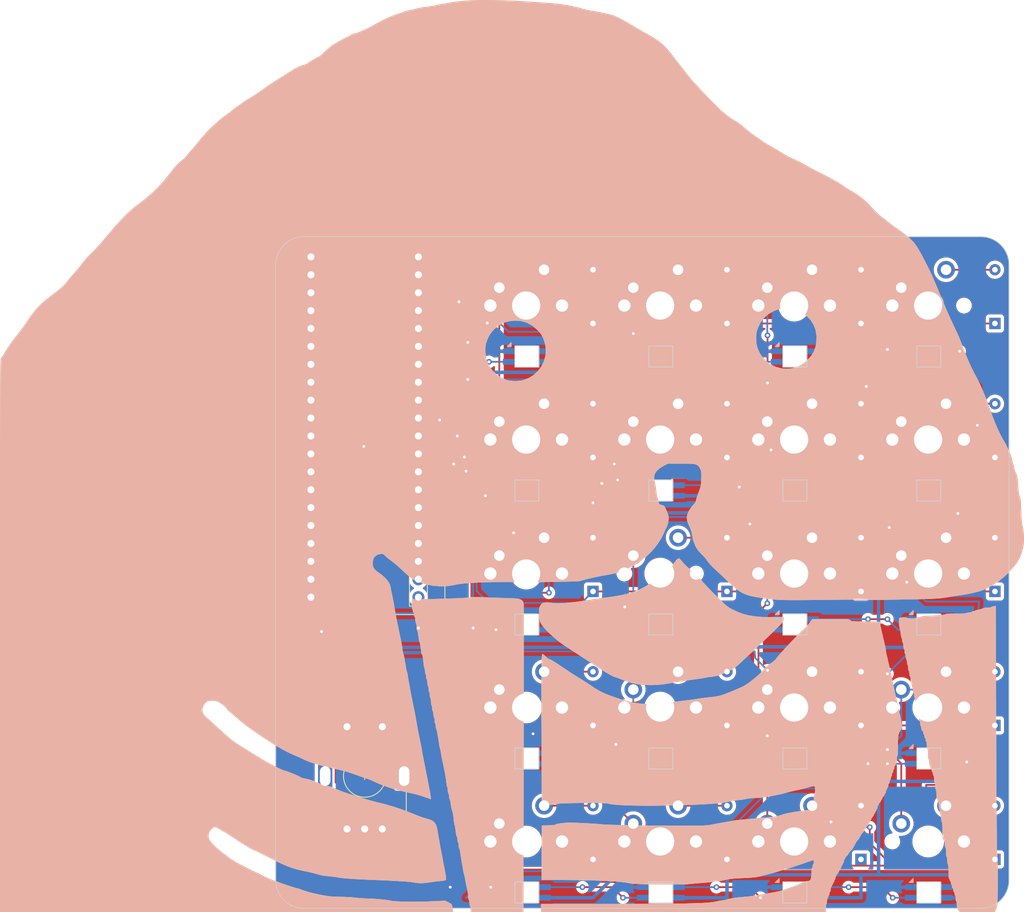
<source format=kicad_pcb>
(kicad_pcb (version 20221018) (generator pcbnew)
  (layers (0 "F.Cu" power) (31 "B.Cu" power) (34 "B.Paste" user) (35 "F.Paste" user) (36 "B.SilkS" user "B.Silkscreen") (37 "F.SilkS" user "F.Silkscreen") (38 "B.Mask" user) (39 "F.Mask" user) (44 "Edge.Cuts" user))
  (net 0 "")
  (net 1 "GND")
  (net 2 "R0")
  (net 3 "Net-(D1-A)")
  (net 4 "Net-(D2-A)")
  (net 5 "Net-(D3-A)")
  (net 6 "Net-(D4-A)")
  (net 7 "R1")
  (net 8 "Net-(D6-A)")
  (net 9 "Net-(D7-A)")
  (net 10 "Net-(D8-A)")
  (net 11 "Net-(D9-A)")
  (net 12 "EncB")
  (net 13 "R2")
  (net 14 "Net-(D11-A)")
  (net 15 "Net-(D12-A)")
  (net 16 "Net-(D13-A)")
  (net 17 "Net-(D14-A)")
  (net 18 "SWA")
  (net 19 "R3")
  (net 20 "Net-(D16-A)")
  (net 21 "Net-(D17-A)")
  (net 22 "Net-(D18-A)")
  (net 23 "Net-(D19-A)")
  (net 24 "EncA")
  (net 25 "R4")
  (net 27 "Col0")
  (net 28 "Col1")
  (net 29 "Col2")
  (net 30 "Col3")
  (net 49 "VCC")
  (net 50 "Net-(D5-A)")
  (net 51 "Net-(D10-A)")
  (net 52 "Net-(D15-A)")
  (net 53 "Net-(D20-A)")
  (net 54 "Net-(RGB1-DOUT)")
  (net 55 "MRGB")
  (net 56 "Net-(RGB2-DOUT)")
  (net 57 "Net-(RGB3-DOUT)")
  (net 58 "RGB0")
  (net 59 "Net-(RGB5-DOUT)")
  (net 60 "Net-(RGB6-DOUT)")
  (net 61 "Net-(RGB7-DOUT)")
  (net 62 "RGB1")
  (net 63 "Net-(RGB10-DIN)")
  (net 64 "Net-(RGB10-DOUT)")
  (net 65 "Net-(RGB11-DOUT)")
  (net 66 "RGB2")
  (net 67 "Net-(RGB13-DOUT)")
  (net 68 "Net-(RGB14-DOUT)")
  (net 69 "Net-(RGB15-DOUT)")
  (net 70 "RGB3")
  (net 71 "Net-(RGB17-DOUT)")
  (net 72 "Net-(RGB18-DOUT)")
  (net 73 "Net-(RGB19-DOUT)")
  (footprint "ScottoKeebs_Components:LED_SK6812MINI" (layer "F.Cu") (at 188.02 119)
    (fp_text reference "RGB15" hide)
    (fp_text value "LED_WS2812B" hide)
    (fp_line (start -1.7 -1.5) (end -1.7 1.5) (stroke (width 0.12)) (layer "Edge.Cuts"))
    (fp_line (start -1.7 1.5) (end 1.7 1.5) (stroke (width 0.12)) (layer "Edge.Cuts"))
    (fp_line (start 1.7 -1.5) (end -1.7 -1.5) (stroke (width 0.12)) (layer "Edge.Cuts"))
    (fp_line (start 1.7 1.5) (end 1.7 -1.5) (stroke (width 0.12)) (layer "Edge.Cuts"))
  )
  (footprint "PCM_Switch_Keyboard_Cherry_MX:SW_Cherry_MX_PCB_1.00u" (layer "F.Cu") (at 149.925 54.775)
    (fp_text reference "S1" hide)
    (fp_text value "Keyswitch" hide)
  )
  (footprint "walrus:D_DO-35_SOD27_P7.62mm_Horizontal" (layer "F.Cu") (at 178.4 57.315 90)
    (fp_text reference "D2" hide)
    (fp_text value "1N4148" hide)
  )
  (footprint "ScottoKeebs_Components:LED_SK6812MINI" (layer "F.Cu") (at 207.02 119)
    (fp_text reference "RGB16" hide)
    (fp_text value "LED_WS2812B" hide)
    (fp_line (start -1.7 -1.5) (end -1.7 1.5) (stroke (width 0.12)) (layer "Edge.Cuts"))
    (fp_line (start -1.7 1.5) (end 1.7 1.5) (stroke (width 0.12)) (layer "Edge.Cuts"))
    (fp_line (start 1.7 -1.5) (end -1.7 -1.5) (stroke (width 0.12)) (layer "Edge.Cuts"))
    (fp_line (start 1.7 1.5) (end 1.7 -1.5) (stroke (width 0.12)) (layer "Edge.Cuts"))
  )
  (footprint "ScottoKeebs_Components:LED_SK6812MINI" (layer "F.Cu") (at 150.02 81)
    (fp_text reference "RGB5" hide)
    (fp_text value "LED_WS2812B" hide)
    (fp_line (start -1.7 -1.5) (end -1.7 1.5) (stroke (width 0.12)) (layer "Edge.Cuts"))
    (fp_line (start -1.7 1.5) (end 1.7 1.5) (stroke (width 0.12)) (layer "Edge.Cuts"))
    (fp_line (start 1.7 -1.5) (end -1.7 -1.5) (stroke (width 0.12)) (layer "Edge.Cuts"))
    (fp_line (start 1.7 1.5) (end 1.7 -1.5) (stroke (width 0.12)) (layer "Edge.Cuts"))
  )
  (footprint "walrus:D_DO-35_SOD27_P7.62mm_Horizontal" (layer "F.Cu") (at 216.4 95.315 90)
    (fp_text reference "D12" hide)
    (fp_text value "1N4148" hide)
  )
  (footprint "walrus:D_DO-35_SOD27_P7.62mm_Horizontal" (layer "F.Cu") (at 216.4 114.315 90)
    (fp_text reference "D16" hide)
    (fp_text value "1N4148" hide)
  )
  (footprint "PCM_Switch_Keyboard_Cherry_MX:SW_Cherry_MX_PCB_1.00u" (layer "F.Cu") (at 187.925 111.775)
    (fp_text reference "S15" hide)
    (fp_text value "Keyswitch" hide)
  )
  (footprint "PCM_Switch_Keyboard_Cherry_MX:SW_Cherry_MX_PCB_1.00u" (layer "F.Cu") (at 206.925 111.775)
    (fp_text reference "S16" hide)
    (fp_text value "Keyswitch" hide)
  )
  (footprint "walrus:D_DO-35_SOD27_P7.62mm_Horizontal" (layer "F.Cu") (at 197.4 95.315 90)
    (fp_text reference "D11" hide)
    (fp_text value "1N4148" hide)
  )
  (footprint "Rotary_Encoder.pretty (1):RotaryEncoder_Alps_EC11E-Switch_Vertical_H20mm" (layer "F.Cu") (at 124.52 129 90)
    (fp_text reference "SW1" hide)
    (fp_text value "EC11-MX-Alps" hide)
  )
  (footprint "PCM_Switch_Keyboard_Cherry_MX:SW_Cherry_MX_PCB_1.00u" (layer "F.Cu") (at 206.925 73.775)
    (fp_text reference "S8" hide)
    (fp_text value "Keyswitch" hide)
  )
  (footprint "ScottoKeebs_Components:LED_SK6812MINI" (layer "F.Cu") (at 150.02 100)
    (fp_text reference "RGB9" hide)
    (fp_text value "LED_WS2812B" hide)
    (fp_line (start -1.7 -1.5) (end -1.7 1.5) (stroke (width 0.12)) (layer "Edge.Cuts"))
    (fp_line (start -1.7 1.5) (end 1.7 1.5) (stroke (width 0.12)) (layer "Edge.Cuts"))
    (fp_line (start 1.7 -1.5) (end -1.7 -1.5) (stroke (width 0.12)) (layer "Edge.Cuts"))
    (fp_line (start 1.7 1.5) (end 1.7 -1.5) (stroke (width 0.12)) (layer "Edge.Cuts"))
  )
  (footprint "PCM_Switch_Keyboard_Cherry_MX:SW_Cherry_MX_PCB_1.00u" (layer "F.Cu") (at 187.925 130.775)
    (fp_text reference "S19" hide)
    (fp_text value "Keyswitch" hide)
  )
  (footprint "walrus:D_DO-35_SOD27_P7.62mm_Horizontal" (layer "F.Cu") (at 216.4 57.315 90)
    (fp_text reference "D4" hide)
    (fp_text value "1N4148" hide)
  )
  (footprint "ScottoKeebs_Components:LED_SK6812MINI" (layer "F.Cu") (at 169.02 138)
    (fp_text reference "RGB18" hide)
    (fp_text value "LED_WS2812B" hide)
    (fp_line (start -1.7 -1.5) (end -1.7 1.5) (stroke (width 0.12)) (layer "Edge.Cuts"))
    (fp_line (start -1.7 1.5) (end 1.7 1.5) (stroke (width 0.12)) (layer "Edge.Cuts"))
    (fp_line (start 1.7 -1.5) (end -1.7 -1.5) (stroke (width 0.12)) (layer "Edge.Cuts"))
    (fp_line (start 1.7 1.5) (end 1.7 -1.5) (stroke (width 0.12)) (layer "Edge.Cuts"))
  )
  (footprint "PCM_Switch_Keyboard_Cherry_MX:SW_Cherry_MX_PCB_1.00u" (layer "F.Cu") (at 168.925 111.775)
    (fp_text reference "S14" hide)
    (fp_text value "Keyswitch" hide)
  )
  (footprint "ScottoKeebs_Components:LED_SK6812MINI" (layer "F.Cu") (at 169.02 81)
    (fp_text reference "RGB6" hide)
    (fp_text value "LED_WS2812B" hide)
    (fp_line (start -1.7 -1.5) (end -1.7 1.5) (stroke (width 0.12)) (layer "Edge.Cuts"))
    (fp_line (start -1.7 1.5) (end 1.7 1.5) (stroke (width 0.12)) (layer "Edge.Cuts"))
    (fp_line (start 1.7 -1.5) (end -1.7 -1.5) (stroke (width 0.12)) (layer "Edge.Cuts"))
    (fp_line (start 1.7 1.5) (end 1.7 -1.5) (stroke (width 0.12)) (layer "Edge.Cuts"))
  )
  (footprint "ScottoKeebs_Components:LED_SK6812MINI" (layer "F.Cu") (at 169.02 119)
    (fp_text reference "RGB14" hide)
    (fp_text value "LED_WS2812B" hide)
    (fp_line (start -1.7 -1.5) (end -1.7 1.5) (stroke (width 0.12)) (layer "Edge.Cuts"))
    (fp_line (start -1.7 1.5) (end 1.7 1.5) (stroke (width 0.12)) (layer "Edge.Cuts"))
    (fp_line (start 1.7 -1.5) (end -1.7 -1.5) (stroke (width 0.12)) (layer "Edge.Cuts"))
    (fp_line (start 1.7 1.5) (end 1.7 -1.5) (stroke (width 0.12)) (layer "Edge.Cuts"))
  )
  (footprint "ScottoKeebs_Components:LED_SK6812MINI" (layer "F.Cu") (at 188.02 81)
    (fp_text reference "RGB7" hide)
    (fp_text value "LED_WS2812B" hide)
    (fp_line (start -1.7 -1.5) (end -1.7 1.5) (stroke (width 0.12)) (layer "Edge.Cuts"))
    (fp_line (start -1.7 1.5) (end 1.7 1.5) (stroke (width 0.12)) (layer "Edge.Cuts"))
    (fp_line (start 1.7 -1.5) (end -1.7 -1.5) (stroke (width 0.12)) (layer "Edge.Cuts"))
    (fp_line (start 1.7 1.5) (end 1.7 -1.5) (stroke (width 0.12)) (layer "Edge.Cuts"))
  )
  (footprint "PCM_Switch_Keyboard_Cherry_MX:SW_Cherry_MX_PCB_1.00u" (layer "F.Cu") (at 149.925 130.775)
    (fp_text reference "S17" hide)
    (fp_text value "Keyswitch" hide)
  )
  (footprint "PCM_Switch_Keyboard_Cherry_MX:SW_Cherry_MX_PCB_1.00u" (layer "F.Cu") (at 149.925 111.775)
    (fp_text reference "S13" hide)
    (fp_text value "Keyswitch" hide)
  )
  (footprint "PCM_Switch_Keyboard_Cherry_MX:SW_Cherry_MX_PCB_1.00u" (layer "F.Cu") (at 149.925 73.775)
    (fp_text reference "S5" hide)
    (fp_text value "Keyswitch" hide)
  )
  (footprint "walrus:D_DO-35_SOD27_P7.62mm_Horizontal" (layer "F.Cu") (at 159.4 95.315 90)
    (fp_text reference "D9" hide)
    (fp_text value "1N4148" hide)
  )
  (footprint "PCM_Switch_Keyboard_Cherry_MX:SW_Cherry_MX_PCB_1.00u" (layer "F.Cu") (at 187.925 92.775)
    (fp_text reference "S11" hide)
    (fp_text value "Keyswitch" hide)
  )
  (footprint "walrus:D_DO-35_SOD27_P7.62mm_Horizontal" (layer "F.Cu") (at 178.4 95.315 90)
    (fp_text reference "D10" hide)
    (fp_text value "1N4148" hide)
  )
  (footprint "PCM_Switch_Keyboard_Cherry_MX:SW_Cherry_MX_PCB_1.00u" (layer "F.Cu") (at 187.925 54.775)
    (fp_text reference "S3" hide)
    (fp_text value "Keyswitch" hide)
  )
  (footprint "ScottoKeebs_Components:LED_SK6812MINI" (layer "F.Cu") (at 207.02 100)
    (fp_text reference "RGB12" hide)
    (fp_text value "LED_WS2812B" hide)
    (fp_line (start -1.7 -1.5) (end -1.7 1.5) (stroke (width 0.12)) (layer "Edge.Cuts"))
    (fp_line (start -1.7 1.5) (end 1.7 1.5) (stroke (width 0.12)) (layer "Edge.Cuts"))
    (fp_line (start 1.7 -1.5) (end -1.7 -1.5) (stroke (width 0.12)) (layer "Edge.Cuts"))
    (fp_line (start 1.7 1.5) (end 1.7 -1.5) (stroke (width 0.12)) (layer "Edge.Cuts"))
  )
  (footprint "ScottoKeebs_Components:LED_SK6812MINI" (layer "F.Cu") (at 169.02 62)
    (fp_text reference "RGB2" hide)
    (fp_text value "LED_WS2812B" hide)
    (fp_line (start -1.7 -1.5) (end -1.7 1.5) (stroke (width 0.12)) (layer "Edge.Cuts"))
    (fp_line (start -1.7 1.5) (end 1.7 1.5) (stroke (width 0.12)) (layer "Edge.Cuts"))
    (fp_line (start 1.7 -1.5) (end -1.7 -1.5) (stroke (width 0.12)) (layer "Edge.Cuts"))
    (fp_line (start 1.7 1.5) (end 1.7 -1.5) (stroke (width 0.12)) (layer "Edge.Cuts"))
  )
  (footprint "walrus:D_DO-35_SOD27_P7.62mm_Horizontal" (layer "F.Cu") (at 178.4 133.315 90)
    (fp_text reference "D18" hide)
    (fp_text value "1N4148" hide)
  )
  (footprint "PCM_Switch_Keyboard_Cherry_MX:SW_Cherry_MX_PCB_1.00u" (layer "F.Cu") (at 206.925 92.775)
    (fp_text reference "S12" hide)
    (fp_text value "Keyswitch" hide)
  )
  (footprint "walrus:D_DO-35_SOD27_P7.62mm_Horizontal" (layer "F.Cu") (at 178.4 76.315 90)
    (fp_text reference "D6" hide)
    (fp_text value "1N4148" hide)
  )
  (footprint "ScottoKeebs_Components:LED_SK6812MINI" (layer "F.Cu") (at 150.02 119)
    (fp_text reference "RGB13" hide)
    (fp_text value "LED_WS2812B" hide)
    (fp_line (start -1.7 -1.5) (end -1.7 1.5) (stroke (width 0.12)) (layer "Edge.Cuts"))
    (fp_line (start -1.7 1.5) (end 1.7 1.5) (stroke (width 0.12)) (layer "Edge.Cuts"))
    (fp_line (start 1.7 -1.5) (end -1.7 -1.5) (stroke (width 0.12)) (layer "Edge.Cuts"))
    (fp_line (start 1.7 1.5) (end 1.7 -1.5) (stroke (width 0.12)) (layer "Edge.Cuts"))
  )
  (footprint "Footprints:YAAJ_WeAct_BlackPill_2" (layer "F.Cu") (at 119.4 47.87)
    (fp_text reference "U1" hide)
    (fp_text value "YAAJ_WeAct_BlackPill_Part_Like" hide)
  )
  (footprint "PCM_Switch_Keyboard_Cherry_MX:SW_Cherry_MX_PCB_1.00u" (layer "F.Cu") (at 206.925 130.775)
    (fp_text reference "S20" hide)
    (fp_text value "Keyswitch" hide)
  )
  (footprint "ScottoKeebs_Components:LED_SK6812MINI" (layer "F.Cu") (at 207.02 81)
    (fp_text reference "RGB8" hide)
    (fp_text value "LED_WS2812B" hide)
    (fp_line (start -1.7 -1.5) (end -1.7 1.5) (stroke (width 0.12)) (layer "Edge.Cuts"))
    (fp_line (start -1.7 1.5) (end 1.7 1.5) (stroke (width 0.12)) (layer "Edge.Cuts"))
    (fp_line (start 1.7 -1.5) (end -1.7 -1.5) (stroke (width 0.12)) (layer "Edge.Cuts"))
    (fp_line (start 1.7 1.5) (end 1.7 -1.5) (stroke (width 0.12)) (layer "Edge.Cuts"))
  )
  (footprint "ScottoKeebs_Components:LED_SK6812MINI" (layer "F.Cu") (at 188.02 100)
    (fp_text reference "RGB11" hide)
    (fp_text value "LED_WS2812B" hide)
    (fp_line (start -1.7 -1.5) (end -1.7 1.5) (stroke (width 0.12)) (layer "Edge.Cuts"))
    (fp_line (start -1.7 1.5) (end 1.7 1.5) (stroke (width 0.12)) (layer "Edge.Cuts"))
    (fp_line (start 1.7 -1.5) (end -1.7 -1.5) (stroke (width 0.12)) (layer "Edge.Cuts"))
    (fp_line (start 1.7 1.5) (end 1.7 -1.5) (stroke (width 0.12)) (layer "Edge.Cuts"))
  )
  (footprint "PCM_Switch_Keyboard_Cherry_MX:SW_Cherry_MX_PCB_1.00u" (layer "F.Cu") (at 168.925 73.775)
    (fp_text reference "S6" hide)
    (fp_text value "Keyswitch" hide)
  )
  (footprint "walrus:D_DO-35_SOD27_P7.62mm_Horizontal" (layer "F.Cu") (at 216.4 133.315 90)
    (fp_text reference "D20" hide)
    (fp_text value "1N4148" hide)
  )
  (footprint "ScottoKeebs_Components:LED_SK6812MINI" (layer "F.Cu") (at 207.02 138)
    (fp_text reference "RGB20" hide)
    (fp_text value "LED_WS2812B" hide)
    (fp_line (start -1.7 -1.5) (end -1.7 1.5) (stroke (width 0.12)) (layer "Edge.Cuts"))
    (fp_line (start -1.7 1.5) (end 1.7 1.5) (stroke (width 0.12)) (layer "Edge.Cuts"))
    (fp_line (start 1.7 -1.5) (end -1.7 -1.5) (stroke (width 0.12)) (layer "Edge.Cuts"))
    (fp_line (start 1.7 1.5) (end 1.7 -1.5) (stroke (width 0.12)) (layer "Edge.Cuts"))
  )
  (footprint "walrus:D_DO-35_SOD27_P7.62mm_Horizontal" (layer "F.Cu") (at 159.4 57.315 90)
    (fp_text reference "D1" hide)
    (fp_text value "1N4148" hide)
  )
  (footprint "ScottoKeebs_Components:LED_SK6812MINI" (layer "F.Cu") (at 169.02 100)
    (fp_text reference "RGB10" hide)
    (fp_text value "LED_WS2812B" hide)
    (fp_line (start -1.7 -1.5) (end -1.7 1.5) (stroke (width 0.12)) (layer "Edge.Cuts"))
    (fp_line (start -1.7 1.5) (end 1.7 1.5) (stroke (width 0.12)) (layer "Edge.Cuts"))
    (fp_line (start 1.7 -1.5) (end -1.7 -1.5) (stroke (width 0.12)) (layer "Edge.Cuts"))
    (fp_line (start 1.7 1.5) (end 1.7 -1.5) (stroke (width 0.12)) (layer "Edge.Cuts"))
  )
  (footprint "walrus:D_DO-35_SOD27_P7.62mm_Horizontal" (layer "F.Cu") (at 197.4 57.315 90)
    (fp_text reference "D3" hide)
    (fp_text value "1N4148" hide)
  )
  (footprint "walrus:D_DO-35_SOD27_P7.62mm_Horizontal" (layer "F.Cu") (at 159.4 76.315 90)
    (fp_text reference "D5" hide)
    (fp_text value "1N4148" hide)
  )
  (footprint "PCM_Switch_Keyboard_Cherry_MX:SW_Cherry_MX_PCB_1.00u" (layer "F.Cu") (at 187.925 73.775)
    (fp_text reference "S7" hide)
    (fp_text value "Keyswitch" hide)
  )
  (footprint "walrus:D_DO-35_SOD27_P7.62mm_Horizontal" (layer "F.Cu") (at 197.4 76.315 90)
    (fp_text reference "D7" hide)
    (fp_text value "1N4148" hide)
  )
  (footprint "PCM_Switch_Keyboard_Cherry_MX:SW_Cherry_MX_PCB_1.00u" (layer "F.Cu") (at 149.925 92.775)
    (fp_text reference "S9" hide)
    (fp_text value "Keyswitch" hide)
  )
  (footprint "ScottoKeebs_Components:LED_SK6812MINI" (layer "F.Cu") (at 150.02 62)
    (fp_text reference "RGB1" hide)
    (fp_text value "LED_WS2812B" hide)
    (fp_line (start -1.7 -1.5) (end -1.7 1.5) (stroke (width 0.12)) (layer "Edge.Cuts"))
    (fp_line (start -1.7 1.5) (end 1.7 1.5) (stroke (width 0.12)) (layer "Edge.Cuts"))
    (fp_line (start 1.7 -1.5) (end -1.7 -1.5) (stroke (width 0.12)) (layer "Edge.Cuts"))
    (fp_line (start 1.7 1.5) (end 1.7 -1.5) (stroke (width 0.12)) (layer "Edge.Cuts"))
  )
  (footprint "walrus:D_DO-35_SOD27_P7.62mm_Horizontal" (layer "F.Cu") (at 159.4 114.315 90)
    (fp_text reference "D13" hide)
    (fp_text value "1N4148" hide)
  )
  (footprint "ScottoKeebs_Components:LED_SK6812MINI" (layer "F.Cu") (at 150.02 138)
    (fp_text reference "RGB17" hide)
    (fp_text value "LED_WS2812B" hide)
    (fp_line (start -1.7 -1.5) (end -1.7 1.5) (stroke (width 0.12)) (layer "Edge.Cuts"))
    (fp_line (start -1.7 1.5) (end 1.7 1.5) (stroke (width 0.12)) (layer "Edge.Cuts"))
    (fp_line (start 1.7 -1.5) (end -1.7 -1.5) (stroke (width 0.12)) (layer "Edge.Cuts"))
    (fp_line (start 1.7 1.5) (end 1.7 -1.5) (stroke (width 0.12)) (layer "Edge.Cuts"))
  )
  (footprint "walrus:6" (layer "F.Cu") (at 150.4 74.25)
    (fp_text reference "G***" hide)
    (fp_text value "LOGO" hide)
  )
  (footprint "walrus:6" (layer "F.Cu") (at 150.4 74.25)
    (fp_text reference "G***" hide)
    (fp_text value "LOGO" hide)
  )
  (footprint "PCM_Switch_Keyboard_Cherry_MX:SW_Cherry_MX_PCB_1.00u" (layer "F.Cu") (at 168.925 92.775)
    (fp_text reference "S10" hide)
    (fp_text value "Keyswitch" hide)
  )
  (footprint "walrus:D_DO-35_SOD27_P7.62mm_Horizontal" (layer "F.Cu") (at 197.4 114.315 90)
    (fp_text reference "D15" hide)
    (fp_text value "1N4148" hide)
  )
  (footprint "ScottoKeebs_Components:LED_SK6812MINI" (layer "F.Cu") (at 207.02 62)
    (fp_text reference "RGB4" hide)
    (fp_text value "LED_WS2812B" hide)
    (fp_line (start -1.7 -1.5) (end -1.7 1.5) (stroke (width 0.12)) (layer "Edge.Cuts"))
    (fp_line (start -1.7 1.5) (end 1.7 1.5) (stroke (width 0.12)) (layer "Edge.Cuts"))
    (fp_line (start 1.7 -1.5) (end -1.7 -1.5) (stroke (width 0.12)) (layer "Edge.Cuts"))
    (fp_line (start 1.7 1.5) (end 1.7 -1.5) (stroke (width 0.12)) (layer "Edge.Cuts"))
  )
  (footprint "PCM_Switch_Keyboard_Cherry_MX:SW_Cherry_MX_PCB_1.00u" (layer "F.Cu") (at 206.925 54.775)
    (fp_text reference "S4" hide)
    (fp_text value "Keyswitch" hide)
  )
  (footprint "walrus:D_DO-35_SOD27_P7.62mm_Horizontal" (layer "F.Cu") (at 159.4 133.315 90)
    (fp_text reference "D17" hide)
    (fp_text value "1N4148" hide)
  )
  (footprint "walrus:D_DO-35_SOD27_P7.62mm_Horizontal" (layer "F.Cu") (at 197.4 133.315 90)
    (fp_text reference "D19" hide)
    (fp_text value "1N4148" hide)
  )
  (footprint "ScottoKeebs_Components:LED_SK6812MINI" (layer "F.Cu") (at 188.02 62)
    (fp_text reference "RGB3" hide)
    (fp_text value "LED_WS2812B" hide)
    (fp_line (start -1.7 -1.5) (end -1.7 1.5) (stroke (width 0.12)) (layer "Edge.Cuts"))
    (fp_line (start -1.7 1.5) (end 1.7 1.5) (stroke (width 0.12)) (layer "Edge.Cuts"))
    (fp_line (start 1.7 -1.5) (end -1.7 -1.5) (stroke (width 0.12)) (layer "Edge.Cuts"))
    (fp_line (start 1.7 1.5) (end 1.7 -1.5) (stroke (width 0.12)) (layer "Edge.Cuts"))
  )
  (footprint "PCM_Switch_Keyboard_Cherry_MX:SW_Cherry_MX_PCB_1.00u" (layer "F.Cu") (at 168.925 130.775)
    (fp_text reference "S18" hide)
    (fp_text value "Keyswitch" hide)
  )
  (footprint "walrus:D_DO-35_SOD27_P7.62mm_Horizontal" (layer "F.Cu") (at 178.4 114.315 90)
    (fp_text reference "D14" hide)
    (fp_text value "1N4148" hide)
  )
  (footprint "walrus:D_DO-35_SOD27_P7.62mm_Horizontal" (layer "F.Cu") (at 216.4 76.315 90)
    (fp_text reference "D8" hide)
    (fp_text value "1N4148" hide)
  )
  (footprint "ScottoKeebs_Components:LED_SK6812MINI" (layer "F.Cu") (at 188.02 138)
    (fp_text reference "RGB19" hide)
    (fp_text value "LED_WS2812B" hide)
    (fp_line (start -1.7 -1.5) (end -1.7 1.5) (stroke (width 0.12)) (layer "Edge.Cuts"))
    (fp_line (start -1.7 1.5) (end 1.7 1.5) (stroke (width 0.12)) (layer "Edge.Cuts"))
    (fp_line (start 1.7 -1.5) (end -1.7 -1.5) (stroke (width 0.12)) (layer "Edge.Cuts"))
    (fp_line (start 1.7 1.5) (end 1.7 -1.5) (stroke (width 0.12)) (layer "Edge.Cuts"))
  )
  (footprint "PCM_Switch_Keyboard_Cherry_MX:SW_Cherry_MX_PCB_1.00u" (layer "F.Cu") (at 168.925 54.775)
    (fp_text reference "S2" hide)
    (fp_text value "Keyswitch" hide)
  )
  (gr_arc (start 214.4 45) (mid 217.228427 46.171573) (end 218.4 49) (stroke (width 0.1)) (layer "Edge.Cuts"))
  (gr_line (start 214.4 45) (end 118.4 45) (stroke (width 0.1)) (layer "Edge.Cuts"))
  (gr_line (start 114.4 49) (end 114.400002 136.25) (stroke (width 0.1)) (layer "Edge.Cuts"))
  (gr_line (start 218.4 136.25) (end 218.4 49) (stroke (width 0.1)) (layer "Edge.Cuts"))
  (gr_arc (start 118.4 140.25) (mid 115.571573 139.078427) (end 114.400002 136.25) (stroke (width 0.1)) (layer "Edge.Cuts"))
  (gr_arc (start 218.4 136.25) (mid 217.228428 139.078426) (end 214.400002 140.25) (stroke (width 0.1)) (layer "Edge.Cuts"))
  (gr_line (start 214.400002 140.25) (end 118.4 140.25) (stroke (width 0.1)) (layer "Edge.Cuts"))
  (gr_arc (start 114.4 49) (mid 115.571573 46.171573) (end 118.4 45) (stroke (width 0.1)) (layer "Edge.Cuts"))
  (segment (start 128.9 137.25) (end 139.15 137.25) (width 0.5) (layer "F.Cu") (net 1))
  (segment (start 144.9 137.25) (end 139.15 137.25) (width 0.5) (layer "F.Cu") (net 1))
  (segment (start 134.65 100.5) (end 139.15 105) (width 0.5) (layer "F.Cu") (net 1))
  (segment (start 139.15 105) (end 139.15 137.25) (width 0.5) (layer "F.Cu") (net 1))
  (segment (start 160.65 80) (end 160.65 81.5) (width 0.5) (layer "F.Cu") (net 1))
  (segment (start 127.02 135.37) (end 128.9 137.25) (width 0.5) (layer "F.Cu") (net 1))
  (segment (start 127.02 129) (end 127.02 135.37) (width 0.5) (layer "F.Cu") (net 1))
  (segment (start 160.65 81.5) (end 159.4 82.75) (width 0.5) (layer "F.Cu") (net 1))
  (via (at 193.15 128) (size 0.8) (drill 0.4) (layers "F.Cu" "B.Cu") (net 1))
  (via (at 137.65 71) (size 0.8) (drill 0.4) (layers "F.Cu" "B.Cu") (net 1))
  (via (at 159.4 82.75) (size 0.8) (drill 0.4) (layers "F.Cu" "B.Cu") (net 1))
  (via (at 148.15 87) (size 0.8) (drill 0.4) (layers "F.Cu" "B.Cu") (net 1))
  (via (at 160.65 80) (size 0.8) (drill 0.4) (layers "F.Cu" "B.Cu") (net 1))
  (via (at 139.65 77.25) (size 0.8) (drill 0.4) (layers "F.Cu" "B.Cu") (net 1))
  (via (at 141.65 60) (size 0.8) (drill 0.4) (layers "F.Cu" "B.Cu") (net 1))
  (via (at 139.15 137.25) (size 0.8) (drill 0.4) (layers "F.Cu" "B.Cu") (net 1))
  (via (at 120.9 101) (size 0.8) (drill 0.4) (layers "F.Cu" "B.Cu") (net 1))
  (via (at 150.9 115.5) (size 0.8) (drill 0.4) (layers "F.Cu" "B.Cu") (net 1))
  (via (at 140.4 54.25) (size 0.8) (drill 0.4) (layers "F.Cu" "B.Cu") (net 1))
  (via (at 134.65 100.5) (size 0.8) (drill 0.4) (layers "F.Cu" "B.Cu") (net 1))
  (via (at 144.9 137.25) (size 0.8) (drill 0.4) (layers "F.Cu" "B.Cu") (net 1))
  (segment (start 119.4 93.59) (end 126.31 100.5) (width 0.5) (layer "B.Cu") (net 1))
  (segment (start 145.65 80.25) (end 146.65 79.25) (width 0.5) (layer "B.Cu") (net 1))
  (segment (start 146.65 79.25) (end 159.9 79.25) (width 0.5) (layer "B.Cu") (net 1))
  (segment (start 159.9 79.25) (end 160.65 80) (width 0.5) (layer "B.Cu") (net 1))
  (segment (start 126.31 100.5) (end 134.65 100.5) (width 0.5) (layer "B.Cu") (net 1))
  (segment (start 146.81 80.25) (end 145.65 80.25) (width 0.5) (layer "B.Cu") (net 1))
  (segment (start 147.47 137.25) (end 144.9 137.25) (width 0.5) (layer "B.Cu") (net 1))
  (segment (start 147.47 80.25) (end 146.81 80.25) (width 0.5) (layer "B.Cu") (net 1))
  (segment (start 134.64 55.49) (end 142.64 55.49) (width 0.25) (layer "F.Cu") (net 2))
  (segment (start 197.4 57.315) (end 216.4 57.315) (width 0.25) (layer "F.Cu") (net 2))
  (segment (start 159.4 57.315) (end 178.4 57.315) (width 0.25) (layer "F.Cu") (net 2))
  (segment (start 178.4 57.315) (end 197.4 57.315) (width 0.25) (layer "F.Cu") (net 2))
  (segment (start 142.64 55.49) (end 144.4 57.25) (width 0.25) (layer "F.Cu") (net 2))
  (via (at 144.4 57.25) (size 0.8) (drill 0.4) (layers "F.Cu" "B.Cu") (net 2))
  (segment (start 146.15 57.25) (end 147.4 58.5) (width 0.25) (layer "B.Cu") (net 2))
  (segment (start 147.4 58.5) (end 157.15 58.5) (width 0.25) (layer "B.Cu") (net 2))
  (segment (start 158.335 57.315) (end 159.4 57.315) (width 0.25) (layer "B.Cu") (net 2))
  (segment (start 144.4 57.25) (end 146.15 57.25) (width 0.25) (layer "B.Cu") (net 2))
  (segment (start 157.15 58.5) (end 158.335 57.315) (width 0.25) (layer "B.Cu") (net 2))
  (segment (start 152.465 49.695) (end 159.4 49.695) (width 0.25) (layer "F.Cu") (net 3))
  (segment (start 171.465 49.695) (end 178.4 49.695) (width 0.25) (layer "F.Cu") (net 4))
  (segment (start 190.465 49.695) (end 197.4 49.695) (width 0.25) (layer "F.Cu") (net 5))
  (segment (start 209.465 49.695) (end 216.4 49.695) (width 0.25) (layer "F.Cu") (net 6))
  (segment (start 159.4 76.315) (end 197.4 76.315) (width 0.25) (layer "F.Cu") (net 7))
  (segment (start 134.64 60.57) (end 141.82 67.75) (width 0.25) (layer "B.Cu") (net 7))
  (segment (start 148.15 67.75) (end 151.9 71.5) (width 0.25) (layer "B.Cu") (net 7))
  (segment (start 154.585 71.5) (end 159.4 76.315) (width 0.25) (layer "B.Cu") (net 7))
  (segment (start 216.4 76.315) (end 197.4 76.315) (width 0.25) (layer "B.Cu") (net 7))
  (segment (start 151.9 71.5) (end 154.585 71.5) (width 0.25) (layer "B.Cu") (net 7))
  (segment (start 141.82 67.75) (end 148.15 67.75) (width 0.25) (layer "B.Cu") (net 7))
  (segment (start 171.465 68.695) (end 178.4 68.695) (width 0.25) (layer "F.Cu") (net 8))
  (segment (start 190.465 68.695) (end 197.4 68.695) (width 0.25) (layer "F.Cu") (net 9))
  (segment (start 209.465 68.695) (end 216.4 68.695) (width 0.25) (layer "F.Cu") (net 10))
  (segment (start 152.465 87.695) (end 159.4 87.695) (width 0.25) (layer "F.Cu") (net 11))
  (segment (start 119.4 88.51) (end 122.9 92.01) (width 0.25) (layer "F.Cu") (net 12))
  (segment (start 122.9 122.38) (end 129.52 129) (width 0.25) (layer "F.Cu") (net 12))
  (segment (start 122.9 92.01) (end 122.9 122.38) (width 0.25) (layer "F.Cu") (net 12))
  (segment (start 159.4 95.315) (end 216.4 95.315) (width 0.25) (layer "F.Cu") (net 13))
  (segment (start 142.9 95.25) (end 144.6 96.95) (width 0.25) (layer "B.Cu") (net 13))
  (segment (start 134.64 63.11) (end 142.9 71.37) (width 0.25) (layer "B.Cu") (net 13))
  (segment (start 157.765 96.95) (end 159.4 95.315) (width 0.25) (layer "B.Cu") (net 13))
  (segment (start 144.6 96.95) (end 157.765 96.95) (width 0.25) (layer "B.Cu") (net 13))
  (segment (start 142.9 71.37) (end 142.9 95.25) (width 0.25) (layer "B.Cu") (net 13))
  (segment (start 190.465 87.695) (end 197.4 87.695) (width 0.25) (layer "F.Cu") (net 14))
  (segment (start 209.465 87.695) (end 216.4 87.695) (width 0.25) (layer "F.Cu") (net 15))
  (segment (start 159.4 106.695) (end 152.465 106.695) (width 0.25) (layer "F.Cu") (net 16))
  (segment (start 171.465 106.695) (end 178.4 106.695) (width 0.25) (layer "F.Cu") (net 17))
  (segment (start 129.52 114.5) (end 129.52 83.39) (width 0.25) (layer "F.Cu") (net 18))
  (segment (start 129.52 83.39) (end 119.4 73.27) (width 0.25) (layer "F.Cu") (net 18))
  (segment (start 160.9 129) (end 160.9 117.5) (width 0.25) (layer "F.Cu") (net 19))
  (segment (start 156.9 133.5) (end 157.15 133.25) (width 0.25) (layer "F.Cu") (net 19))
  (segment (start 160.9 117.5) (end 159.4 116) (width 0.25) (layer "F.Cu") (net 19))
  (segment (start 144.786396 133.5) (end 156.9 133.5) (width 0.25) (layer "F.Cu") (net 19))
  (segment (start 157.15 129.5) (end 160.4 129.5) (width 0.25) (layer "F.Cu") (net 19))
  (segment (start 160.4 129.5) (end 160.9 129) (width 0.25) (layer "F.Cu") (net 19))
  (segment (start 159.4 116) (end 159.4 114.315) (width 0.25) (layer "F.Cu") (net 19))
  (segment (start 142.4 131.113604) (end 144.786396 133.5) (width 0.25) (layer "F.Cu") (net 19))
  (segment (start 142.4 100.5) (end 142.4 131.113604) (width 0.25) (layer "F.Cu") (net 19))
  (segment (start 157.15 133.25) (end 157.15 129.5) (width 0.25) (layer "F.Cu") (net 19))
  (segment (start 159.4 114.315) (end 216.4 114.315) (width 0.25) (layer "F.Cu") (net 19))
  (via (at 142.4 100.5) (size 0.8) (drill 0.4) (layers "F.Cu" "B.Cu") (net 19))
  (segment (start 134.64 65.65) (end 142.4 73.41) (width 0.25) (layer "B.Cu") (net 19))
  (segment (start 142.4 73.41) (end 142.4 100.5) (width 0.25) (layer "B.Cu") (net 19))
  (segment (start 209.465 106.695) (end 216.4 106.695) (width 0.25) (layer "F.Cu") (net 20))
  (segment (start 152.465 125.695) (end 159.4 125.695) (width 0.25) (layer "F.Cu") (net 21))
  (segment (start 171.465 125.695) (end 178.4 125.695) (width 0.25) (layer "F.Cu") (net 22))
  (segment (start 190.465 125.695) (end 197.4 125.695) (width 0.25) (layer "F.Cu") (net 23))
  (segment (start 124.52 129) (end 119.65 129) (width 0.25) (layer "F.Cu") (net 24))
  (segment (start 116.9 126.25) (end 116.9 88.47) (width 0.25) (layer "F.Cu") (net 24))
  (segment (start 119.65 129) (end 116.9 126.25) (width 0.25) (layer "F.Cu") (net 24))
  (segment (start 116.9 88.47) (end 119.4 85.97) (width 0.25) (layer "F.Cu") (net 24))
  (segment (start 160.285 134.2) (end 215.515 134.2) (width 0.25) (layer "F.Cu") (net 25))
  (segment (start 144.65 134) (end 158.715 134) (width 0.25) (layer "F.Cu") (net 25))
  (segment (start 141.4 130.75) (end 141.4 78.25) (width 0.25) (layer "F.Cu") (net 25))
  (segment (start 159.4 133.315) (end 158.715 134) (width 0.25) (layer "F.Cu") (net 25))
  (segment (start 159.4 133.315) (end 160.285 134.2) (width 0.25) (layer "F.Cu") (net 25))
  (segment (start 144.65 134) (end 141.4 130.75) (width 0.25) (layer "F.Cu") (net 25))
  (segment (start 215.515 134.2) (end 216.4 133.315) (width 0.25) (layer "F.Cu") (net 25))
  (via (at 141.4 78.25) (size 0.8) (drill 0.4) (layers "F.Cu" "B.Cu") (net 25))
  (segment (start 141.3 78.35) (end 141.4 78.25) (width 0.25) (layer "B.Cu") (net 25))
  (segment (start 134.64 78.35) (end 141.3 78.35) (width 0.25) (layer "B.Cu") (net 25))
  (segment (start 142.125 62.025) (end 146.115 59.25) (width 0.25) (layer "F.Cu") (net 27))
  (segment (start 144.7 107.82) (end 146.115 109.235) (width 0.25) (layer "F.Cu") (net 27))
  (segment (start 146.115 97.398604) (end 144.7 98.813604) (width 0.25) (layer "F.Cu") (net 27))
  (segment (start 146.115 52.235) (end 146.115 71.235) (width 0.25) (layer "F.Cu") (net 27))
  (segment (start 140.805 62.025) (end 142.125 62.025) (width 0.25) (layer "F.Cu") (net 27))
  (segment (start 146.115 90.235) (end 146.115 97.398604) (width 0.25) (layer "F.Cu") (net 27))
  (segment (start 146.115 109.235) (end 146.115 128.235) (width 0.25) (layer "F.Cu") (net 27))
  (segment (start 144.7 98.813604) (end 144.7 107.82) (width 0.25) (layer "F.Cu") (net 27))
  (segment (start 134.64 68.19) (end 140.805 62.025) (width 0.25) (layer "F.Cu") (net 27))
  (segment (start 146.115 71.235) (end 144.347234 71.235) (width 0.25) (layer "B.Cu") (net 27))
  (segment (start 143.35 72.232234) (end 143.35 87.47) (width 0.25) (layer "B.Cu") (net 27))
  (segment (start 143.35 87.47) (end 146.115 90.235) (width 0.25) (layer "B.Cu") (net 27))
  (segment (start 144.347234 71.235) (end 143.35 72.232234) (width 0.25) (layer "B.Cu") (net 27))
  (segment (start 162.9 79.5) (end 165.115 81.715) (width 0.25) (layer "F.Cu") (net 28))
  (segment (start 165.115 58.75) (end 165.115 71.235) (width 0.25) (layer "F.Cu") (net 28))
  (segment (start 162.65 126.75) (end 163.63 126.75) (width 0.25) (layer "F.Cu") (net 28))
  (segment (start 163.9 97.5) (end 165.115 98.715) (width 0.25) (layer "F.Cu") (net 28))
  (segment (start 165.115 98.715) (end 165.115 109.235) (width 0.25) (layer "F.Cu") (net 28))
  (segment (start 163.63 126.75) (end 165.115 128.235) (width 0.25) (layer "F.Cu") (net 28))
  (segment (start 165.115 81.715) (end 165.115 90.235) (width 0.25) (layer "F.Cu") (net 28))
  (segment (start 162.65 117) (end 162.65 126.75) (width 0.25) (layer "F.Cu") (net 28))
  (via (at 162.65 117) (size 0.8) (drill 0.4) (layers "F.Cu" "B.Cu") (net 28))
  (via (at 165.115 58.75) (size 0.8) (drill 0.4) (layers "F.Cu" "B.Cu") (net 28))
  (via (at 162.9 79.5) (size 0.8) (drill 0.4) (layers "F.Cu" "B.Cu") (net 28))
  (via (at 163.9 97.5) (size 0.8) (drill 0.4) (layers "F.Cu" "B.Cu") (net 28))
  (segment (start 134.64 70.73) (end 126.65 62.74) (width 0.25) (layer "B.Cu") (net 28))
  (segment (start 126.65 46.5) (end 126.4 46.25) (width 0.25) (layer "B.Cu") (net 28))
  (segment (start 160.9 46.25) (end 161.65 47) (width 0.25) (layer "B.Cu") (net 28))
  (segment (start 161.65 55.285) (end 165.115 58.75) (width 0.25) (layer "B.Cu") (net 28))
  (segment (start 165.115 96.285) (end 163.9 97.5) (width 0.25) (layer "B.Cu") (net 28))
  (segment (start 165.115 90.235) (end 165.115 96.285) (width 0.25) (layer "B.Cu") (net 28))
  (segment (start 161.65 47) (end 161.65 55.285) (width 0.25) (layer "B.Cu") (net 28))
  (segment (start 126.65 62.74) (end 126.65 46.5) (width 0.25) (layer "B.Cu") (net 28))
  (segment (start 165.115 77.285) (end 162.9 79.5) (width 0.25) (layer "B.Cu") (net 28))
  (segment (start 165.115 52.235) (end 165.115 58.75) (width 0.25) (layer "B.Cu") (net 28))
  (segment (start 165.115 109.235) (end 165.115 114.535) (width 0.25) (layer "B.Cu") (net 28))
  (segment (start 165.115 114.535) (end 162.65 117) (width 0.25) (layer "B.Cu") (net 28))
  (segment (start 165.115 71.235) (end 165.115 77.285) (width 0.25) (layer "B.Cu") (net 28))
  (segment (start 126.4 46.25) (end 160.9 46.25) (width 0.25) (layer "B.Cu") (net 28))
  (segment (start 180.15 80.5) (end 180.15 86.27) (width 0.25) (layer "F.Cu") (net 29))
  (segment (start 134.64 73.27) (end 140.15 73.27) (width 0.25) (layer "F.Cu") (net 29))
  (segment (start 141.15 76.25) (end 143.15 78.25) (width 0.25) (layer "F.Cu") (net 29))
  (segment (start 184.115 109.235) (end 182.865001 107.985001) (width 0.25) (layer "F.Cu") (net 29))
  (segment (start 184.115 71.235) (end 184.115 74.715) (width 0.25) (layer "F.Cu") (net 29))
  (segment (start 184.15 65.75) (end 184.15 59) (width 0.25) (layer "F.Cu") (net 29))
  (segment (start 184.115 74.715) (end 184.65 75.25) (width 0.25) (layer "F.Cu") (net 29))
  (segment (start 161.4 78.25) (end 162.4 77.25) (width 0.25) (layer "F.Cu") (net 29))
  (segment (start 180.15 86.27) (end 184.115 90.235) (width 0.25) (layer "F.Cu") (net 29))
  (segment (start 143.15 78.25) (end 161.4 78.25) (width 0.25) (layer "F.Cu") (net 29))
  (segment (start 184.115 128.235) (end 184.115 115.785) (width 0.25) (layer "F.Cu") (net 29))
  (segment (start 182.865001 98.249999) (end 184.115 97) (width 0.25) (layer "F.Cu") (net 29))
  (segment (start 182.865001 107.985001) (end 182.865001 98.249999) (width 0.25) (layer "F.Cu") (net 29))
  (via (at 184.15 65.75) (size 0.8) (drill 0.4) (layers "F.Cu" "B.Cu") (net 29))
  (via (at 140.15 73.27) (size 0.8) (drill 0.4) (layers "F.Cu" "B.Cu") (net 29))
  (via (at 184.15 59) (size 0.8) (drill 0.4) (layers "F.Cu" "B.Cu") (net 29))
  (via (at 162.4 77.25) (size 0.8) (drill 0.4) (layers "F.Cu" "B.Cu") (net 29))
  (via (at 180.15 80.5) (size 0.8) (drill 0.4) (layers "F.Cu" "B.Cu") (net 29))
  (via (at 184.115 115.785) (size 0.8) (drill 0.4) (layers "F.Cu" "B.Cu") (net 29))
  (via (at 184.65 75.25) (size 0.8) (drill 0.4) (layers "F.Cu" "B.Cu") (net 29))
  (via (at 184.115 97) (size 0.8) (drill 0.4) (layers "F.Cu" "B.Cu") (net 29))
  (via (at 141.15 76.25) (size 0.8) (drill 0.4) (layers "F.Cu" "B.Cu") (net 29))
  (segment (start 165.9 65.75) (end 184.15 65.75) (width 0.25) (layer "B.Cu") (net 29))
  (segment (start 162.4 69.25) (end 165.9 65.75) (width 0.25) (layer "B.Cu") (net 29))
  (segment (start 184.115 65.785) (end 184.115 71.235) (width 0.25) (layer "B.Cu") (net 29))
  (segment (start 180.15 79.75) (end 180.15 80.5) (width 0.25) (layer "B.Cu") (net 29))
  (segment (start 184.15 59) (end 184.115 58.965) (width 0.25) (layer "B.Cu") (net 29))
  (segment (start 141.15 74.27) (end 141.15 76.25) (width 0.25) (layer "B.Cu") (net 29))
  (segment (start 184.115 115.785) (end 184.115 109.235) (width 0.25) (layer "B.Cu") (net 29))
  (segment (start 184.15 65.75) (end 184.115 65.785) (width 0.25) (layer "B.Cu") (net 29))
  (segment (start 162.4 77.25) (end 162.4 69.25) (width 0.25) (layer "B.Cu") (net 29))
  (segment (start 184.65 75.25) (end 180.15 79.75) (width 0.25) (layer "B.Cu") (net 29))
  (segment (start 184.115 97) (end 184.115 90.235) (width 0.25) (layer "B.Cu") (net 29))
  (segment (start 184.115 58.965) (end 184.115 52.235) (width 0.25) (layer "B.Cu") (net 29))
  (segment (start 140.15 73.27) (end 141.15 74.27) (width 0.25) (layer "B.Cu") (net 29))
  (segment (start 201.15 117.75) (end 203.115 119.715) (width 0.25) (layer "F.Cu") (net 30))
  (segment (start 203.115 90.235) (end 203.115 93.215) (width 0.25) (layer "F.Cu") (net 30))
  (segment (start 203.115 93.215) (end 203.9 94) (width 0.25) (layer "F.Cu") (net 30))
  (segment (start 141.65 72.886396) (end 138.726396 75.81) (width 0.25) (layer "F.Cu") (net 30))
  (segment (start 201.15 61) (end 201.15 63.25) (width 0.25) (layer "F.Cu") (net 30))
  (segment (start 141.65 65.25) (end 141.65 72.886396) (width 0.25) (layer "F.Cu") (net 30))
  (segment (start 203.115 119.715) (end 203.115 128.235) (width 0.25) (layer "F.Cu") (net 30))
  (segment (start 203.115 71.235) (end 203.115 90.235) (width 0.25) (layer "F.Cu") (net 30))
  (segment (start 138.726396 75.81) (end 134.64 75.81) (width 0.25) (layer "F.Cu") (net 30))
  (segment (start 201.15 63.25) (end 198.15 66.25) (width 0.25) (layer "F.Cu") (net 30))
  (via (at 198.15 66.25) (size 0.8) (drill 0.4) (layers "F.Cu" "B.Cu") (net 30))
  (via (at 203.9 94) (size 0.8) (drill 0.4) (layers "F.Cu" "B.Cu") (net 30))
  (via (at 141.65 65.25) (size 0.8) (drill 0.4) (layers "F.Cu" "B.Cu") (net 30))
  (via (at 201.15 61) (size 0.8) (drill 0.4) (layers "F.Cu" "B.Cu") (net 30))
  (via (at 201.15 117.75) (size 0.8) (drill 0.4) (layers "F.Cu" "B.Cu") (net 30))
  (segment (start 163.9 64.5) (end 194.4 64.5) (width 0.25) (layer "B.Cu") (net 30))
  (segment (start 214.15 96.75) (end 213.15 109.25) (width 0.25) (layer "B.Cu") (net 30))
  (segment (start 163.15 65.25) (end 141.65 65.25) (width 0.25) (layer "B.Cu") (net 30))
  (segment (start 213.135 109.235) (end 203.115 109.235) (width 0.25) (layer "B.Cu") (net 30))
  (segment (start 203.115 59.035) (end 201.15 61) (width 0.25) (layer "B.Cu") (net 30))
  (segment (start 163.9 64.5) (end 163.15 65.25) (width 0.25) (layer "B.Cu") (net 30))
  (segment (start 203.115 115.785) (end 201.15 117.75) (width 0.25) (layer "B.Cu") (net 30))
  (segment (start 198.15 66.25) (end 198.15 66.27) (width 0.25) (layer "B.Cu") (net 30))
  (segment (start 196.15 66.25) (end 198.15 66.25) (width 0.25) (layer "B.Cu") (net 30))
  (segment (start 213.15 109.25) (end 213.135 109.235) (width 0.25) (layer "B.Cu") (net 30))
  (segment (start 203.115 52.235) (end 203.115 59.035) (width 0.25) (layer "B.Cu") (net 30))
  (segment (start 194.4 64.5) (end 196.15 66.25) (width 0.25) (layer "B.Cu") (net 30))
  (segment (start 203.115 109.235) (end 203.115 115.785) (width 0.25) (layer "B.Cu") (net 30))
  (segment (start 203.9 94) (end 206.65 96.75) (width 0.25) (layer "B.Cu") (net 30))
  (segment (start 198.15 66.27) (end 203.115 71.235) (width 0.25) (layer "B.Cu") (net 30))
  (segment (start 206.65 96.75) (end 214.15 96.75) (width 0.25) (layer "B.Cu") (net 30))
  (segment (start 126.9 60.69) (end 126.9 74.75) (width 0.5) (layer "F.Cu") (net 49))
  (segment (start 213.9 71.75) (end 213.9 81.5) (width 0.5) (layer "F.Cu") (net 49))
  (segment (start 213.9 81.5) (end 211.15 84.25) (width 0.5) (layer "F.Cu") (net 49))
  (segment (start 134.64 52.95) (end 126.9 60.69) (width 0.5) (layer "F.Cu") (net 49))
  (via (at 213.9 71.75) (size 0.8) (drill 0.4) (layers "F.Cu" "B.Cu") (net 49))
  (via (at 126.9 74.75) (size 0.8) (drill 0.4) (layers "F.Cu" "B.Cu") (net 49))
  (via (at 211.15 84.25) (size 0.8) (drill 0.4) (layers "F.Cu" "B.Cu") (net 49))
  (segment (start 178.4 63.925) (end 211.475 63.925) (width 0.5) (layer "B.Cu") (net 49))
  (segment (start 197.4 138.75) (end 190.57 138.75) (width 0.5) (layer "B.Cu") (net 49))
  (segment (start 127.15 104) (end 135.9 104) (width 0.5) (layer "B.Cu") (net 49))
  (segment (start 155.07 122.25) (end 199.9 122.25) (width 0.5) (layer "B.Cu") (net 49))
  (segment (start 213.9 66.35) (end 213.9 71.75) (width 0.5) (layer "B.Cu") (net 49))
  (segment (start 178.4 138.75) (end 171.57 138.75) (width 0.5) (layer "B.Cu") (net 49))
  (segment (start 138.65 98.5) (end 129.15 98.5) (width 0.5) (layer "B.Cu") (net 49))
  (segment (start 211.15 82.203172) (end 210.696828 81.75) (width 0.5) (layer "B.Cu") (net 49))
  (segment (start 199.9 84.25) (end 211.15 84.25) (width 0.5) (layer "B.Cu") (net 49))
  (segment (start 199.9 135.5) (end 199.9 122.25) (width 0.5) (layer "B.Cu") (net 49))
  (segment (start 199.9 122.25) (end 211.15 122.25) (width 0.5) (layer "B.Cu") (net 49))
  (segment (start 119.4 96.13) (end 127.15 103.88) (width 0.5) (layer "B.Cu") (net 49))
  (segment (start 190.57 119.75) (end 194.9 119.75) (width 0.5) (layer "B.Cu") (net 49))
  (segment (start 211.65 63) (end 211.4 62.75) (width 0.5) (layer "B.Cu") (net 49))
  (segment (start 197.4 100.75) (end 197.4 103.25) (width 0.5) (layer "B.Cu") (net 49))
  (segment (start 129.15 98.5) (end 126.9 96.25) (width 0.5) (layer "B.Cu") (net 49))
  (segment (start 126.9 74.75) (end 126.9 96.25) (width 0.5) (layer "B.Cu") (net 49))
  (segment (start 119.65 103.25) (end 119.4 103) (width 0.5) (layer "B.Cu") (net 49))
  (segment (start 156.9 100.75) (end 159.4 103.25) (width 0.5) (layer "B.Cu") (net 49))
  (segment (start 199.9 122.25) (end 199.9 103.25) (width 0.5) (layer "B.Cu") (net 49))
  (segment (start 211.15 103.25) (end 211.15 101.203172) (width 0.5) (layer "B.Cu") (net 49))
  (segment (start 142.6 52.95) (end 142.65 53) (width 0.5) (layer "B.Cu") (net 49))
  (segment (start 190.57 81.75) (end 194.9 81.75) (width 0.5) (layer "B.Cu") (net 49))
  (segment (start 197.4 135.5) (end 197.4 138.75) (width 0.5) (layer "B.Cu") (net 49))
  (segment (start 159.4 103.25) (end 119.65 103.25) (width 0.5) (layer "B.Cu") (net 49))
  (segment (start 160.4 64.25) (end 160.725 63.925) (width 0.5) (layer "B.Cu") (net 49))
  (segment (start 210.696828 100.75) (end 209.57 100.75) (width 0.5) (layer "B.Cu") (net 49))
  (segment (start 194.9 81.75) (end 197.4 84.25) (width 0.5) (layer "B.Cu") (net 49))
  (segment (start 152.57 62.75) (end 156.9 62.75) (width 0.5) (layer "B.Cu") (net 49))
  (segment (start 171.57 62.75) (end 177.225 62.75) (width 0.5) (layer "B.Cu") (net 49))
  (segment (start 119.4 103) (end 119.4 96.13) (width 0.5) (layer "B.Cu") (net 49))
  (segment (start 211.15 84.25) (end 211.15 82.203172) (width 0.5) (layer "B.Cu") (net 49))
  (segment (start 194.9 119.75) (end 197.4 122.25) (width 0.5) (layer "B.Cu") (net 49))
  (segment (start 211.65 63.75) (end 211.65 63) (width 0.5) (layer "B.Cu") (net 49))
  (segment (start 171.57 100.75) (end 175.9 100.75) (width 0.5) (layer "B.Cu") (net 49))
  (segment (start 154.995 84.175) (end 199.825 84.175) (width 0.5) (layer "B.Cu") (net 49))
  (segment (start 199.9 103.25) (end 199.9 84.25) (width 0.5) (layer "B.Cu") (net 49))
  (segment (start 158.4 64.25) (end 160.4 64.25) (width 0.5) (layer "B.Cu") (net 49))
  (segment (start 135.9 104) (end 138.9 101) (width 0.5) (layer "B.Cu") (net 49))
  (segment (start 190.57 100.75) (end 197.4 100.75) (width 0.5) (layer "B.Cu") (net 49))
  (segment (start 152.57 138.75) (end 159.4 138.75) (width 0.5) (layer "B.Cu") (net 49))
  (segment (start 175.9 100.75) (end 178.4 103.25) (width 0.5) (layer "B.Cu") (net 49))
  (segment (start 127.15 103.88) (end 127.15 104) (width 0.5) (layer "B.Cu") (net 49))
  (segment (start 171.57 81.75) (end 175.9 81.75) (width 0.5) (layer "B.Cu") (net 49))
  (segment (start 210.696828 81.75) (end 209.57 81.75) (width 0.5) (layer "B.Cu") (net 49))
  (segment (start 199.9 135.5) (end 213.9 135.5) (width 0.5) (layer "B.Cu") (net 49))
  (segment (start 177.225 62.75) (end 178.4 63.925) (width 0.5) (layer "B.Cu") (net 49))
  (segment (start 152.57 100.75) (end 156.9 100.75) (width 0.5) (layer "B.Cu") (net 49))
  (segment (start 211.475 63.925) (end 213.9 66.35) (width 0.5) (layer "B.Cu") (net 49))
  (segment (start 199.9 103.25) (end 211.15 103.25) (width 0.5) (layer "B.Cu") (net 49))
  (segment (start 211.4 62.75) (end 209.57 62.75) (width 0.5) (layer "B.Cu") (net 49))
  (segment (start 171.57 119.75) (end 175.9 119.75) (width 0.5) (layer "B.Cu") (net 49))
  (segment (start 211.15 119.75) (end 209.57 119.75) (width 0.5) (layer "B.Cu") (net 49))
  (segment (start 213.9 138.75) (end 209.57 138.75) (width 0.5) (layer "B.Cu") (net 49))
  (segment (start 213.9 135.5) (end 213.9 138.75) (width 0.5) (layer "B.Cu") (net 49))
  (segment (start 178.4 135.5) (end 197.4 135.5) (width 0.5) (layer "B.Cu") (net 49))
  (segment (start 159.4 103.25) (end 159.475 103.175) (width 0.5) (layer "B.Cu") (net 49))
  (segment (start 159.475 103.175) (end 199.825 103.175) (width 0.5) (layer "B.Cu") (net 49))
  (segment (start 134.64 52.95) (end 142.6 52.95) (width 0.5) (layer "B.Cu") (net 49))
  (segment (start 178.4 135.5) (end 178.4 138.75) (width 0.5) (layer "B.Cu") (net 49))
  (segment (start 199.825 103.175) (end 199.9 103.25) (width 0.5) (layer "B.Cu") (net 49))
  (segment (start 197.4 135.5) (end 199.9 135.5) (width 0.5) (layer "B.Cu") (net 49))
  (segment (start 211.475 63.925) (end 211.65 63.75) (width 0.5) (layer "B.Cu") (net 49))
  (segment (start 211.15 101.203172) (end 210.696828 100.75) (width 0.5) (layer "B.Cu") (net 49))
  (segment (start 142.65 64.25) (end 158.4 64.25) (width 0.5) (layer "B.Cu") (net 49))
  (segment (start 160.725 63.925) (end 178.4 63.925) (width 0.5) (layer "B.Cu") (net 49))
  (segment (start 152.57 81.75) (end 154.995 84.175) (width 0.5) (layer "B.Cu") (net 49))
  (segment (start 162.575 135.575) (end 178.325 135.575) (width 0.5) (layer "B.Cu") (net 49))
  (segment (start 211.15 122.25) (end 211.15 119.75) (width 0.5) (layer "B.Cu") (net 49))
  (segment (start 175.9 81.75) (end 178.4 84.25) (width 0.5) (layer "B.Cu") (net 49))
  (segment (start 142.65 53) (end 142.65 64.25) (width 0.5) (layer "B.Cu") (net 49))
  (segment (start 199.825 84.175) (end 199.9 84.25) (width 0.5) (layer "B.Cu") (net 49))
  (segment (start 152.57 119.75) (end 155.07 122.25) (width 0.5) (layer "B.Cu") (net 49))
  (segment (start 138.9 98.75) (end 138.65 98.5) (width 0.5) (layer "B.Cu") (net 49))
  (segment (start 178.325 135.575) (end 178.4 135.5) (width 0.5) (layer "B.Cu") (net 49))
  (segment (start 159.4 138.75) (end 162.575 135.575) (width 0.5) (layer "B.Cu") (net 49))
  (segment (start 156.9 62.75) (end 158.4 64.25) (width 0.5) (layer "B.Cu") (net 49))
  (segment (start 190.57 62.75) (end 197.4 63.925) (width 0.5) (layer "B.Cu") (net 49))
  (segment (start 138.9 101) (end 138.9 98.75) (width 0.5) (layer "B.Cu") (net 49))
  (segment (start 175.9 119.75) (end 178.4 122.25) (width 0.5) (layer "B.Cu") (net 49))
  (segment (start 152.465 68.695) (end 159.4 68.695) (width 0.25) (layer "F.Cu") (net 50))
  (segment (start 171.465 87.695) (end 178.4 87.695) (width 0.25) (layer "F.Cu") (net 51))
  (segment (start 190.465 106.695) (end 197.4 106.695) (width 0.25) (layer "F.Cu") (net 52))
  (segment (start 209.465 125.695) (end 216.4 125.695) (width 0.25) (layer "F.Cu") (net 53))
  (segment (start 152.57 61.25) (end 157.15 61.25) (width 0.25) (layer "B.Cu") (net 54))
  (segment (start 158.65 62.75) (end 166.47 62.75) (width 0.25) (layer "B.Cu") (net 54))
  (segment (start 157.15 61.25) (end 158.65 62.75) (width 0.25) (layer "B.Cu") (net 54))
  (segment (start 143.115 64.285) (end 143.115 72.415) (width 0.25) (layer "F.Cu") (net 55))
  (segment (start 143.115 72.415) (end 134.64 80.89) (width 0.25) (layer "F.Cu") (net 55))
  (segment (start 144.65 62.75) (end 143.115 64.285) (width 0.25) (layer "F.Cu") (net 55))
  (via (at 144.65 62.75) (size 0.8) (drill 0.4) (layers "F.Cu" "B.Cu") (net 55))
  (segment (start 147.47 62.75) (end 144.65 62.75) (width 0.25) (layer "B.Cu") (net 55))
  (segment (start 176.9 61.25) (end 178.4 62.75) (width 0.25) (layer "B.Cu") (net 56))
  (segment (start 171.57 61.25) (end 176.9 61.25) (width 0.25) (layer "B.Cu") (net 56))
  (segment (start 178.4 62.75) (end 185.47 62.75) (width 0.25) (layer "B.Cu") (net 56))
  (segment (start 197.4 62.75) (end 204.47 62.75) (width 0.25) (layer "B.Cu") (net 57))
  (segment (start 195.9 61.25) (end 197.4 62.75) (width 0.25) (layer "B.Cu") (net 57))
  (segment (start 190.57 61.25) (end 195.9 61.25) (width 0.25) (layer "B.Cu") (net 57))
  (segment (start 199.45 78.7) (end 199.9 78.25) (width 0.25) (layer "F.Cu") (net 58))
  (segment (start 207.4 65.25) (end 211.4 61.25) (width 0.25) (layer "F.Cu") (net 58))
  (segment (start 199.9 78.25) (end 199.9 65.25) (width 0.25) (layer "F.Cu") (net 58))
  (segment (start 144.15 81.75) (end 144.15 78.7) (width 0.25) (layer "F.Cu") (net 58))
  (segment (start 144.15 78.7) (end 199.45 78.7) (width 0.25) (layer "F.Cu") (net 58))
  (segment (start 199.9 65.25) (end 207.4 65.25) (width 0.25) (layer "F.Cu") (net 58))
  (via (at 144.15 81.75) (size 0.8) (drill 0.4) (layers "F.Cu" "B.Cu") (net 58))
  (via (at 211.4 61.25) (size 0.8) (drill 0.4) (layers "F.Cu" "B.Cu") (net 58))
  (segment (start 147.47 81.75) (end 144.15 81.75) (width 0.25) (layer "B.Cu") (net 58))
  (segment (start 209.57 61.25) (end 211.4 61.25) (width 0.25) (layer "B.Cu") (net 58))
  (segment (start 152.57 80.25) (end 158.9 80.25) (width 0.25) (layer "B.Cu") (net 59))
  (segment (start 158.9 80.25) (end 160.4 81.75) (width 0.25) (layer "B.Cu") (net 59))
  (segment (start 160.4 81.75) (end 166.47 81.75) (width 0.25) (layer "B.Cu") (net 59))
  (segment (start 178.9 81.75) (end 185.47 81.75) (width 0.25) (layer "B.Cu") (net 60))
  (segment (start 171.57 80.25) (end 177.4 80.25) (width 0.25) (layer "B.Cu") (net 60))
  (segment (start 177.4 80.25) (end 178.9 81.75) (width 0.25) (layer "B.Cu") (net 60))
  (segment (start 198.15 81.75) (end 204.47 81.75) (width 0.25) (layer "B.Cu") (net 61))
  (segment (start 196.65 80.25) (end 198.15 81.75) (width 0.25) (layer "B.Cu") (net 61))
  (segment (start 190.57 80.25) (end 196.65 80.25) (width 0.25) (layer "B.Cu") (net 61))
  (segment (start 201.4 86.25) (end 201.27 86.12) (width 0.25) (layer "F.Cu") (net 62))
  (segment (start 145.15 99) (end 148.65 95.5) (width 0.25) (layer "F.Cu") (net 62))
  (segment (start 145.65 100.75) (end 145.15 100) (width 0.25) (layer "F.Cu") (net 62))
  (segment (start 201.27 86.12) (end 182.02 86.12) (width 0.25) (layer "F.Cu") (net 62))
  (segment (start 182.02 86.12) (end 181.65 85.75) (width 0.25) (layer "F.Cu") (net 62))
  (segment (start 148.65 95.5) (end 153.15 95.5) (width 0.25) (layer "F.Cu") (net 62))
  (segment (start 145.15 100) (end 145.15 99) (width 0.25) (layer "F.Cu") (net 62))
  (via (at 153.15 95.5) (size 0.8) (drill 0.4) (layers "F.Cu" "B.Cu") (net 62))
  (via (at 145.65 100.75) (size 0.8) (drill 0.4) (layers "F.Cu" "B.Cu") (net 62))
  (via (at 201.4 86.25) (size 0.8) (drill 0.4) (layers "F.Cu" "B.Cu") (net 62))
  (via (at 181.65 85.75) (size 0.8) (drill 0.4) (layers "F.Cu" "B.Cu") (net 62))
  (segment (start 155.9 85) (end 155.9 88.25) (width 0.25) (layer "B.Cu") (net 62))
  (segment (start 174.65 85.75) (end 173.65 84.75) (width 0.25) (layer "B.Cu") (net 62))
  (segment (start 156.15 84.75) (end 155.9 85) (width 0.25) (layer "B.Cu") (net 62))
  (segment (start 202.4 85.25) (end 201.4 86.25) (width 0.25) (layer "B.Cu") (net 62))
  (segment (start 212.4 85.25) (end 202.4 85.25) (width 0.25) (layer "B.Cu") (net 62))
  (segment (start 153.15 91) (end 153.15 95.5) (width 0.25) (layer "B.Cu") (net 62))
  (segment (start 181.65 85.75) (end 174.65 85.75) (width 0.25) (layer "B.Cu") (net 62))
  (segment (start 145.65 100.75) (end 147.47 100.75) (width 0.25) (layer "B.Cu") (net 62))
  (segment (start 210.01 80.25) (end 212.4 82.64) (width 0.25) (layer "B.Cu") (net 62))
  (segment (start 212.4 82.64) (end 212.4 85.25) (width 0.25) (layer "B.Cu") (net 62))
  (segment (start 155.9 88.25) (end 153.15 91) (width 0.25) (layer "B.Cu") (net 62))
  (segment (start 173.65 84.75) (end 156.15 84.75) (width 0.25) (layer "B.Cu") (net 62))
  (segment (start 158.4 99.25) (end 159.9 100.75) (width 0.25) (layer "B.Cu") (net 63))
  (segment (start 152.57 99.25) (end 158.4 99.25) (width 0.25) (layer "B.Cu") (net 63))
  (segment (start 159.9 100.75) (end 166.47 100.75) (width 0.25) (layer "B.Cu") (net 63))
  (segment (start 171.57 99.25) (end 177.15 99.25) (width 0.25) (layer "B.Cu") (net 64))
  (segment (start 178.65 100.75) (end 185.47 100.75) (width 0.25) (layer "B.Cu") (net 64))
  (segment (start 177.15 99.25) (end 178.65 100.75) (width 0.25) (layer "B.Cu") (net 64))
  (segment (start 198.4 99.25) (end 201.15 99.25) (width 0.25) (layer "F.Cu") (net 65))
  (via (at 198.4 99.25) (size 0.8) (drill 0.4) (layers "F.Cu" "B.Cu") (net 65))
  (via (at 201.15 99.25) (size 0.8) (drill 0.4) (layers "F.Cu" "B.Cu") (net 65))
  (segment (start 202.65 100.75) (end 204.47 100.75) (width 0.25) (layer "B.Cu") (net 65))
  (segment (start 201.15 99.25) (end 202.65 100.75) (width 0.25) (layer "B.Cu") (net 65))
  (segment (start 190.57 99.25) (end 198.4 99.25) (width 0.25) (layer "B.Cu") (net 65))
  (segment (start 199.15 109) (end 188.65 109) (width 0.25) (layer "F.Cu") (net 66))
  (segment (start 201.15 107) (end 199.15 109) (width 0.25) (layer "F.Cu") (net 66))
  (segment (start 186.15 106.5) (end 184.15 106.5) (width 0.25) (layer "F.Cu") (net 66))
  (segment (start 188.65 109) (end 186.15 106.5) (width 0.25) (layer "F.Cu") (net 66))
  (via (at 184.15 106.5) (size 0.8) (drill 0.4) (layers "F.Cu" "B.Cu") (net 66))
  (via (at 201.15 107) (size 0.8) (drill 0.4) (layers "F.Cu" "B.Cu") (net 66))
  (segment (start 182.325 103.825) (end 145.575 103.825) (width 0.25) (layer "B.Cu") (net 66))
  (segment (start 145.575 103.825) (end 142.9 106.5) (width 0.25) (layer "B.Cu") (net 66))
  (segment (start 210.01 99.25) (end 211.9 101.14) (width 0.25) (layer "B.Cu") (net 66))
  (segment (start 203.9 104.25) (end 201.15 107) (width 0.25) (layer "B.Cu") (net 66))
  (segment (start 211.9 101.14) (end 211.9 104) (width 0.25) (layer "B.Cu") (net 66))
  (segment (start 142.9 119.75) (end 147.47 119.75) (width 0.25) (layer "B.Cu") (net 66))
  (segment (start 182.4 104.75) (end 182.325 103.825) (width 0.25) (layer "B.Cu") (net 66))
  (segment (start 211.9 104) (end 211.65 104.25) (width 0.25) (layer "B.Cu") (net 66))
  (segment (start 142.9 106.5) (end 142.9 119.75) (width 0.25) (layer "B.Cu") (net 66))
  (segment (start 184.15 106.5) (end 182.4 104.75) (width 0.25) (layer "B.Cu") (net 66))
  (segment (start 211.65 104.25) (end 203.9 104.25) (width 0.25) (layer "B.Cu") (net 66))
  (segment (start 166.47 119.75) (end 159.65 119.75) (width 0.25) (layer "B.Cu") (net 67))
  (segment (start 159.65 119.75) (end 158.15 118.25) (width 0.25) (layer "B.Cu") (net 67))
  (segment (start 158.15 118.25) (end 152.57 118.25) (width 0.25) (layer "B.Cu") (net 67))
  (segment (start 178.4 119.75) (end 185.47 119.75) (width 0.25) (layer "B.Cu") (net 68))
  (segment (start 176.9 118.25) (end 178.4 119.75) (width 0.25) (layer "B.Cu") (net 68))
  (segment (start 171.57 118.25) (end 176.9 118.25) (width 0.25) (layer "B.Cu") (net 68))
  (segment (start 198.4 119.75) (end 201.15 119.75) (width 0.25) (layer "F.Cu") (net 69))
  (via (at 198.4 119.75) (size 0.8) (drill 0.4) (layers "F.Cu" "B.Cu") (net 69))
  (via (at 201.15 119.75) (size 0.8) (drill 0.4) (layers "F.Cu" "B.Cu") (net 69))
  (segment (start 194.4 118.25) (end 195.9 119.75) (width 0.25) (layer "B.Cu") (net 69))
  (segment (start 190.57 118.25) (end 194.4 118.25) (width 0.25) (layer "B.Cu") (net 69))
  (segment (start 195.9 119.75) (end 198.4 119.75) (width 0.25) (layer "B.Cu") (net 69))
  (segment (start 201.15 119.75) (end 204.47 119.75) (width 0.25) (layer "B.Cu") (net 69))
  (segment (start 214.15 133.75) (end 201.4 133.75) (width 0.25) (layer "F.Cu") (net 70))
  (segment (start 213.9 128) (end 214.15 128.25) (width 0.25) (layer "F.Cu") (net 70))
  (segment (start 209.65 122.75) (end 206.65 122.75) (width 0.25) (layer "F.Cu") (net 70))
  (segment (start 206.65 128) (end 213.9 128) (width 0.25) (layer "F.Cu") (net 70))
  (segment (start 198.65 131) (end 198.65 128.75) (width 0.25) (layer "F.Cu") (net 70))
  (segment (start 201.4 133.75) (end 198.65 131) (width 0.25) (layer "F.Cu") (net 70))
  (segment (start 206.65 122.75) (end 206.65 128) (width 0.25) (layer "F.Cu") (net 70))
  (segment (start 212.4 119.5) (end 209.65 122.75) (width 0.25) (layer "F.Cu") (net 70))
  (segment (start 214.15 128.25) (end 214.15 133.75) (width 0.25) (layer "F.Cu") (net 70))
  (via (at 198.65 128.75) (size 0.8) (drill 0.4) (layers "F.Cu" "B.Cu") (net 70))
  (via (at 212.4 119.5) (size 0.8) (drill 0.4) (layers "F.Cu" "B.Cu") (net 70))
  (segment (start 147.47 138.75) (end 141.4 138.75) (width 0.25) (layer "B.Cu") (net 70))
  (segment (start 184.65 123.25) (end 194.9 123.25) (width 0.25) (layer "B.Cu") (net 70))
  (segment (start 211.15 118.25) (end 212.4 119.5) (width 0.25) (layer "B.Cu") (net 70))
  (segment (start 165.9 135) (end 165.975 134.925) (width 0.25) (layer "B.Cu") (net 70))
  (segment (start 172.975 134.925) (end 184.65 123.25) (width 0.25) (layer "B.Cu") (net 70))
  (segment (start 165.975 134.925) (end 172.975 134.925) (width 0.25) (layer "B.Cu") (net 70))
  (segment (start 194.9 128.75) (end 198.65 128.75) (width 0.25) (layer "B.Cu") (net 70))
  (segment (start 145.15 135) (end 165.9 135) (width 0.25) (layer "B.Cu") (net 70))
  (segment (start 194.9 123.25) (end 194.9 128.75) (width 0.25) (layer "B.Cu") (net 70))
  (segment (start 209.57 118.25) (end 211.15 118.25) (width 0.25) (layer "B.Cu") (net 70))
  (segment (start 141.4 138.75) (end 145.15 135) (width 0.25) (layer "B.Cu") (net 70))
  (segment (start 157.9 137.25) (end 162.15 137.25) (width 0.25) (layer "F.Cu") (net 71))
  (segment (start 162.15 137.25) (end 163.65 138.75) (width 0.25) (layer "F.Cu") (net 71))
  (via (at 157.9 137.25) (size 0.8) (drill 0.4) (layers "F.Cu" "B.Cu") (net 71))
  (via (at 163.65 138.75) (size 0.8) (drill 0.4) (layers "F.Cu" "B.Cu") (net 71))
  (segment (start 152.57 137.25) (end 157.9 137.25) (width 0.25) (layer "B.Cu") (net 71))
  (segment (start 163.65 138.75) (end 166.47 138.75) (width 0.25) (layer "B.Cu") (net 71))
  (segment (start 176.9 137.25) (end 181.65 137.25) (width 0.25) (layer "F.Cu") (net 72))
  (segment (start 181.65 137.25) (end 183.15 138.75) (width 0.25) (layer "F.Cu") (net 72))
  (via (at 176.9 137.25) (size 0.8) (drill 0.4) (layers "F.Cu" "B.Cu") (net 72))
  (via (at 183.15 138.75) (size 0.8) (drill 0.4) (layers "F.Cu" "B.Cu") (net 72))
  (segment (start 183.15 138.75) (end 185.47 138.75) (width 0.25) (layer "B.Cu") (net 72))
  (segment (start 171.57 137.25) (end 176.9 137.25) (width 0.25) (layer "B.Cu") (net 72))
  (segment (start 200.4 137.25) (end 201.9 138.75) (width 0.25) (layer "F.Cu") (net 73))
  (segment (start 195.65 137.25) (end 200.4 137.25) (width 0.25) (layer "F.Cu") (net 73))
  (via (at 201.9 138.75) (size 0.8) (drill 0.4) (layers "F.Cu" "B.Cu") (net 73))
  (via (at 195.65 137.25) (size 0.8) (drill 0.4) (layers "F.Cu" "B.Cu") (net 73))
  (segment (start 201.9 138.75) (end 204.47 138.75) (width 0.25) (layer "B.Cu") (net 73))
  (segment (start 190.57 137.25) (end 195.65 137.25) (width 0.25) (layer "B.Cu") (net 73))
  (zone (net 1) (net_name "GND") (layers "F&B.Cu") (connect_pads (clearance 0.5)) (min_thickness 0.25) (fill yes (thermal_gap 0.5) (thermal_bridge_width 0.5))
    (polygon (pts (xy 114.4 45) (xy 218.4 45) (xy 218.4 140.25) (xy 114.4 140.25)))
  )
)
</source>
